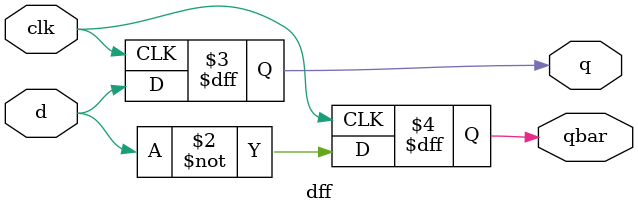
<source format=v>
`timescale 1ns / 1ps
module dff(d,q,clk,qbar
    ); 
	 
input d,clk; 
output q,qbar; 

reg q,qbar; 

always @(negedge clk) 

begin  

			q=d;  
		  
			qbar=~d;

		
end

endmodule

</source>
